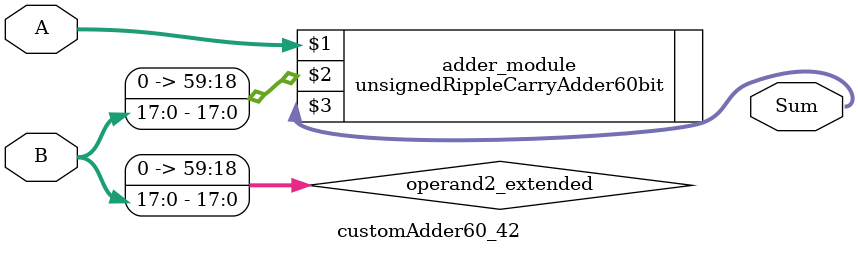
<source format=v>
module customAdder60_42(
                        input [59 : 0] A,
                        input [17 : 0] B,
                        
                        output [60 : 0] Sum
                );

        wire [59 : 0] operand2_extended;
        
        assign operand2_extended =  {42'b0, B};
        
        unsignedRippleCarryAdder60bit adder_module(
            A,
            operand2_extended,
            Sum
        );
        
        endmodule
        
</source>
